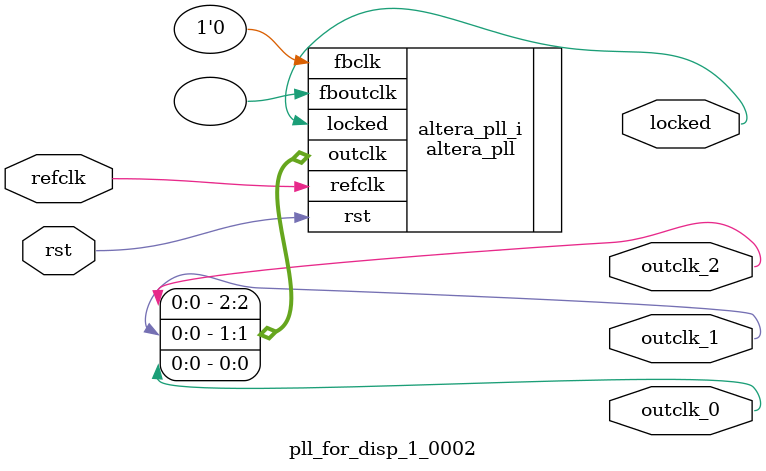
<source format=v>
`timescale 1ns/10ps
module  pll_for_disp_1_0002(

	// interface 'refclk'
	input wire refclk,

	// interface 'reset'
	input wire rst,

	// interface 'outclk0'
	output wire outclk_0,

	// interface 'outclk1'
	output wire outclk_1,

	// interface 'outclk2'
	output wire outclk_2,

	// interface 'locked'
	output wire locked
);

	altera_pll #(
		.fractional_vco_multiplier("true"),
		.reference_clock_frequency("50.0 MHz"),
		.operation_mode("normal"),
		.number_of_clocks(3),
		.output_clock_frequency0("142.999995 MHz"),
		.phase_shift0("0 ps"),
		.duty_cycle0(50),
		.output_clock_frequency1("98.999995 MHz"),
		.phase_shift1("0 ps"),
		.duty_cycle1(50),
		.output_clock_frequency2("12.495145 MHz"),
		.phase_shift2("0 ps"),
		.duty_cycle2(50),
		.output_clock_frequency3("0 MHz"),
		.phase_shift3("0 ps"),
		.duty_cycle3(50),
		.output_clock_frequency4("0 MHz"),
		.phase_shift4("0 ps"),
		.duty_cycle4(50),
		.output_clock_frequency5("0 MHz"),
		.phase_shift5("0 ps"),
		.duty_cycle5(50),
		.output_clock_frequency6("0 MHz"),
		.phase_shift6("0 ps"),
		.duty_cycle6(50),
		.output_clock_frequency7("0 MHz"),
		.phase_shift7("0 ps"),
		.duty_cycle7(50),
		.output_clock_frequency8("0 MHz"),
		.phase_shift8("0 ps"),
		.duty_cycle8(50),
		.output_clock_frequency9("0 MHz"),
		.phase_shift9("0 ps"),
		.duty_cycle9(50),
		.output_clock_frequency10("0 MHz"),
		.phase_shift10("0 ps"),
		.duty_cycle10(50),
		.output_clock_frequency11("0 MHz"),
		.phase_shift11("0 ps"),
		.duty_cycle11(50),
		.output_clock_frequency12("0 MHz"),
		.phase_shift12("0 ps"),
		.duty_cycle12(50),
		.output_clock_frequency13("0 MHz"),
		.phase_shift13("0 ps"),
		.duty_cycle13(50),
		.output_clock_frequency14("0 MHz"),
		.phase_shift14("0 ps"),
		.duty_cycle14(50),
		.output_clock_frequency15("0 MHz"),
		.phase_shift15("0 ps"),
		.duty_cycle15(50),
		.output_clock_frequency16("0 MHz"),
		.phase_shift16("0 ps"),
		.duty_cycle16(50),
		.output_clock_frequency17("0 MHz"),
		.phase_shift17("0 ps"),
		.duty_cycle17(50),
		.pll_type("General"),
		.pll_subtype("General")
	) altera_pll_i (
		.rst	(rst),
		.outclk	({outclk_2, outclk_1, outclk_0}),
		.locked	(locked),
		.fboutclk	( ),
		.fbclk	(1'b0),
		.refclk	(refclk)
	);
endmodule


</source>
